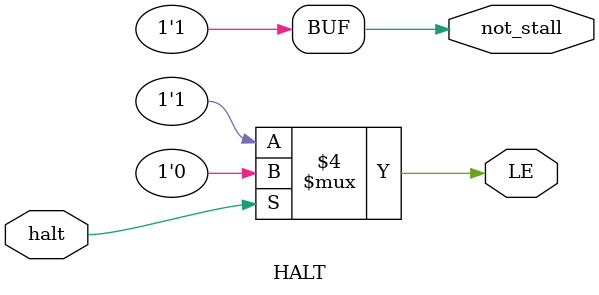
<source format=v>
module HALT(input halt,
            output reg not_stall,
            output reg LE);

initial not_stall=1;

always @ ( * )
begin            
    if ( halt ) 
        LE=0;
    else 
        LE=1;
end
          
endmodule

</source>
